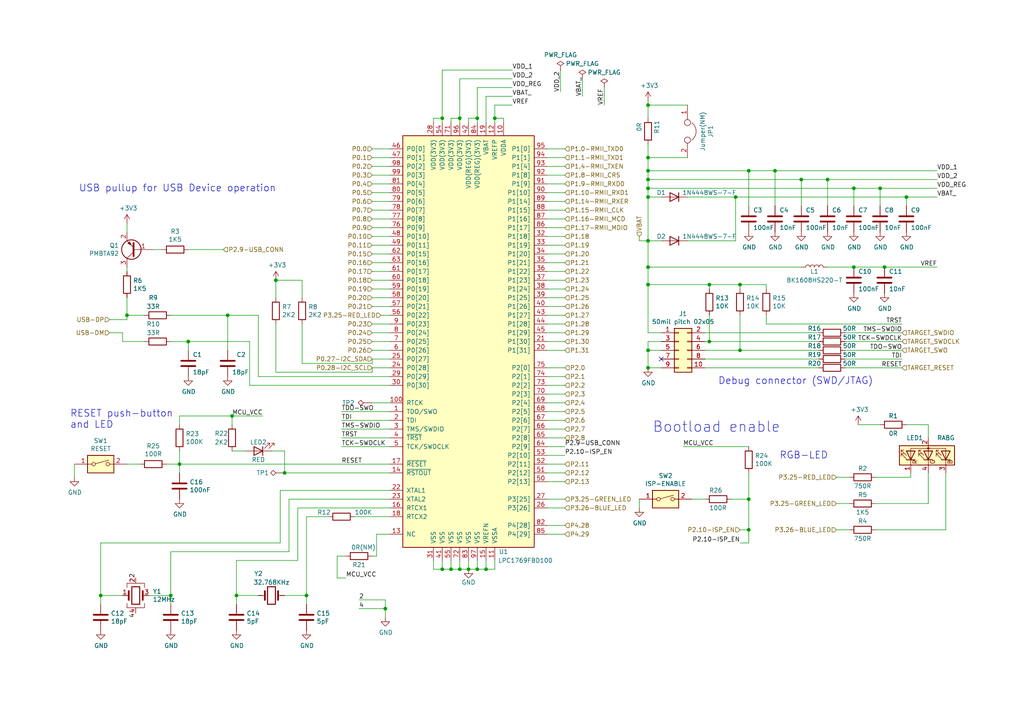
<source format=kicad_sch>
(kicad_sch (version 20230121) (generator eeschema)
  (paper "A4")
  (title_block (title "Módulo Stick LPC1769") (date "2019-10-09") (rev "v1.0") (company "Sistemas de Representacion UTN-FRBA") (comment 1 "DOCENTES: Fernando Aló/Franco Delconte") (comment 2 "CURSO: R1032") (comment 3 "ALUMNO: Jonathan Yujra"))
  (junction (at 133.35 34.29))
  (junction (at 140.97 165.1))
  (junction (at 88.9 172.72))
  (junction (at 256.54 77.47))
  (junction (at 247.65 54.61))
  (junction (at 217.17 49.53))
  (junction (at 36.83 91.44))
  (junction (at 247.65 77.47))
  (junction (at 213.36 57.15))
  (junction (at 187.96 52.07))
  (junction (at 82.55 137.16))
  (junction (at 205.74 99.06))
  (junction (at 187.96 57.15))
  (junction (at 138.43 165.1))
  (junction (at 187.96 49.53))
  (junction (at 187.96 30.48))
  (junction (at 187.96 69.85))
  (junction (at 262.89 57.15))
  (junction (at 240.03 52.07))
  (junction (at 217.17 153.67))
  (junction (at 133.35 165.1))
  (junction (at 214.63 82.55))
  (junction (at 68.58 172.72))
  (junction (at 187.96 101.6))
  (junction (at 111.76 176.53))
  (junction (at 67.31 120.65))
  (junction (at 128.27 165.1))
  (junction (at 66.04 91.44))
  (junction (at 80.01 81.28))
  (junction (at 217.17 144.78))
  (junction (at 232.41 52.07))
  (junction (at 187.96 82.55))
  (junction (at 130.81 165.1))
  (junction (at 187.96 77.47))
  (junction (at 224.79 49.53))
  (junction (at 187.96 54.61))
  (junction (at 187.96 45.72))
  (junction (at 255.27 54.61))
  (junction (at 52.07 134.62))
  (junction (at 54.61 99.06))
  (junction (at 205.74 82.55))
  (junction (at 135.89 165.1))
  (junction (at 49.53 172.72))
  (junction (at 138.43 34.29))
  (junction (at 187.96 106.68))
  (junction (at 128.27 34.29))
  (junction (at 214.63 101.6))
  (junction (at 29.21 172.72))
  (junction (at 143.51 34.29))
  (no_connect (at 191.77 104.14))
  (wire (pts (xy 54.61 101.6) (xy 54.61 99.06)))
  (wire (pts (xy 163.83 119.38) (xy 158.75 119.38)))
  (wire (pts (xy 35.56 99.06) (xy 41.91 99.06)))
  (wire (pts (xy 68.58 175.26) (xy 68.58 172.72)))
  (wire (pts (xy 271.78 57.15) (xy 262.89 57.15)))
  (wire (pts (xy 29.21 175.26) (xy 29.21 172.72)))
  (wire (pts (xy 254 146.05) (xy 269.24 146.05)))
  (wire (pts (xy 143.51 30.48) (xy 148.59 30.48)))
  (wire (pts (xy 36.83 67.31) (xy 36.83 64.77)))
  (wire (pts (xy 187.96 57.15) (xy 191.77 57.15)))
  (wire (pts (xy 128.27 34.29) (xy 128.27 35.56)))
  (wire (pts (xy 83.82 144.78) (xy 83.82 160.02)))
  (wire (pts (xy 66.04 91.44) (xy 49.53 91.44)))
  (wire (pts (xy 191.77 99.06) (xy 187.96 99.06)))
  (wire (pts (xy 52.07 134.62) (xy 113.03 134.62)))
  (wire (pts (xy 146.05 34.29) (xy 143.51 34.29)))
  (wire (pts (xy 262.89 57.15) (xy 213.36 57.15)))
  (wire (pts (xy 237.49 101.6) (xy 214.63 101.6)))
  (wire (pts (xy 125.73 162.56) (xy 125.73 165.1)))
  (wire (pts (xy 113.03 50.8) (xy 107.95 50.8)))
  (wire (pts (xy 163.83 93.98) (xy 158.75 93.98)))
  (wire (pts (xy 99.06 119.38) (xy 113.03 119.38)))
  (wire (pts (xy 113.03 63.5) (xy 107.95 63.5)))
  (wire (pts (xy 113.03 83.82) (xy 107.95 83.82)))
  (wire (pts (xy 163.83 109.22) (xy 158.75 109.22)))
  (wire (pts (xy 247.65 77.47) (xy 256.54 77.47)))
  (wire (pts (xy 163.83 116.84) (xy 158.75 116.84)))
  (wire (pts (xy 255.27 54.61) (xy 255.27 59.69)))
  (wire (pts (xy 99.06 129.54) (xy 113.03 129.54)))
  (wire (pts (xy 163.83 129.54) (xy 158.75 129.54)))
  (wire (pts (xy 54.61 72.39) (xy 64.77 72.39)))
  (wire (pts (xy 274.32 153.67) (xy 274.32 137.16)))
  (wire (pts (xy 187.96 41.91) (xy 187.96 45.72)))
  (wire (pts (xy 104.14 176.53) (xy 111.76 176.53)))
  (wire (pts (xy 198.12 129.54) (xy 217.17 129.54)))
  (wire (pts (xy 88.9 149.86) (xy 88.9 172.72)))
  (wire (pts (xy 80.01 93.98) (xy 80.01 107.95)))
  (wire (pts (xy 269.24 123.19) (xy 262.89 123.19)))
  (wire (pts (xy 187.96 101.6) (xy 191.77 101.6)))
  (wire (pts (xy 130.81 34.29) (xy 130.81 35.56)))
  (wire (pts (xy 113.03 66.04) (xy 107.95 66.04)))
  (wire (pts (xy 113.03 78.74) (xy 107.95 78.74)))
  (wire (pts (xy 66.04 91.44) (xy 74.93 91.44)))
  (wire (pts (xy 187.96 54.61) (xy 247.65 54.61)))
  (wire (pts (xy 163.83 137.16) (xy 158.75 137.16)))
  (wire (pts (xy 163.83 53.34) (xy 158.75 53.34)))
  (wire (pts (xy 237.49 106.68) (xy 204.47 106.68)))
  (wire (pts (xy 138.43 25.4) (xy 148.59 25.4)))
  (wire (pts (xy 163.83 91.44) (xy 158.75 91.44)))
  (wire (pts (xy 128.27 165.1) (xy 130.81 165.1)))
  (wire (pts (xy 113.03 142.24) (xy 81.28 142.24)))
  (wire (pts (xy 217.17 157.48) (xy 214.63 157.48)))
  (wire (pts (xy 237.49 104.14) (xy 204.47 104.14)))
  (wire (pts (xy 213.36 57.15) (xy 213.36 69.85)))
  (wire (pts (xy 113.03 71.12) (xy 107.95 71.12)))
  (wire (pts (xy 81.28 142.24) (xy 81.28 157.48)))
  (wire (pts (xy 49.53 172.72) (xy 49.53 175.26)))
  (wire (pts (xy 143.51 30.48) (xy 143.51 34.29)))
  (wire (pts (xy 214.63 101.6) (xy 204.47 101.6)))
  (wire (pts (xy 82.55 137.16) (xy 113.03 137.16)))
  (wire (pts (xy 113.03 48.26) (xy 107.95 48.26)))
  (wire (pts (xy 187.96 99.06) (xy 187.96 101.6)))
  (wire (pts (xy 224.79 49.53) (xy 224.79 59.69)))
  (wire (pts (xy 67.31 120.65) (xy 67.31 123.19)))
  (wire (pts (xy 163.83 73.66) (xy 158.75 73.66)))
  (wire (pts (xy 187.96 52.07) (xy 187.96 54.61)))
  (wire (pts (xy 187.96 30.48) (xy 187.96 34.29)))
  (wire (pts (xy 67.31 120.65) (xy 76.2 120.65)))
  (wire (pts (xy 135.89 162.56) (xy 135.89 165.1)))
  (wire (pts (xy 187.96 82.55) (xy 187.96 77.47)))
  (wire (pts (xy 111.76 173.99) (xy 111.76 176.53)))
  (wire (pts (xy 248.92 123.19) (xy 255.27 123.19)))
  (wire (pts (xy 36.83 92.71) (xy 31.75 92.71)))
  (wire (pts (xy 271.78 49.53) (xy 224.79 49.53)))
  (wire (pts (xy 41.91 91.44) (xy 36.83 91.44)))
  (wire (pts (xy 80.01 107.95) (xy 107.95 107.95)))
  (wire (pts (xy 52.07 123.19) (xy 52.07 120.65)))
  (wire (pts (xy 68.58 172.72) (xy 74.93 172.72)))
  (wire (pts (xy 163.83 144.78) (xy 158.75 144.78)))
  (wire (pts (xy 254 138.43) (xy 264.16 138.43)))
  (wire (pts (xy 162.56 26.67) (xy 162.56 20.32)))
  (wire (pts (xy 113.03 154.94) (xy 109.22 154.94)))
  (wire (pts (xy 247.65 54.61) (xy 247.65 59.69)))
  (wire (pts (xy 138.43 165.1) (xy 140.97 165.1)))
  (wire (pts (xy 205.74 91.44) (xy 205.74 99.06)))
  (wire (pts (xy 245.11 99.06) (xy 261.62 99.06)))
  (wire (pts (xy 246.38 138.43) (xy 242.57 138.43)))
  (wire (pts (xy 107.95 96.52) (xy 113.03 96.52)))
  (wire (pts (xy 99.06 121.92) (xy 113.03 121.92)))
  (wire (pts (xy 109.22 161.29) (xy 107.95 161.29)))
  (wire (pts (xy 261.62 93.98) (xy 222.25 93.98)))
  (wire (pts (xy 240.03 52.07) (xy 240.03 59.69)))
  (wire (pts (xy 97.79 161.29) (xy 97.79 167.64)))
  (wire (pts (xy 191.77 69.85) (xy 187.96 69.85)))
  (wire (pts (xy 163.83 111.76) (xy 158.75 111.76)))
  (wire (pts (xy 107.95 101.6) (xy 113.03 101.6)))
  (wire (pts (xy 107.95 93.98) (xy 113.03 93.98)))
  (wire (pts (xy 187.96 54.61) (xy 187.96 57.15)))
  (wire (pts (xy 125.73 34.29) (xy 128.27 34.29)))
  (wire (pts (xy 199.39 45.72) (xy 187.96 45.72)))
  (wire (pts (xy 163.83 55.88) (xy 158.75 55.88)))
  (wire (pts (xy 163.83 114.3) (xy 158.75 114.3)))
  (wire (pts (xy 113.03 109.22) (xy 74.93 109.22)))
  (wire (pts (xy 163.83 134.62) (xy 158.75 134.62)))
  (wire (pts (xy 87.63 105.41) (xy 107.95 105.41)))
  (wire (pts (xy 81.28 157.48) (xy 29.21 157.48)))
  (wire (pts (xy 158.75 147.32) (xy 163.83 147.32)))
  (wire (pts (xy 163.83 83.82) (xy 158.75 83.82)))
  (wire (pts (xy 245.11 104.14) (xy 261.62 104.14)))
  (wire (pts (xy 175.26 25.4) (xy 175.26 30.48)))
  (wire (pts (xy 138.43 162.56) (xy 138.43 165.1)))
  (wire (pts (xy 107.95 116.84) (xy 113.03 116.84)))
  (wire (pts (xy 49.53 160.02) (xy 49.53 172.72)))
  (wire (pts (xy 107.95 106.68) (xy 113.03 106.68)))
  (wire (pts (xy 133.35 34.29) (xy 133.35 35.56)))
  (wire (pts (xy 187.96 52.07) (xy 232.41 52.07)))
  (wire (pts (xy 113.03 147.32) (xy 86.36 147.32)))
  (wire (pts (xy 29.21 157.48) (xy 29.21 172.72)))
  (wire (pts (xy 130.81 162.56) (xy 130.81 165.1)))
  (wire (pts (xy 80.01 86.36) (xy 80.01 81.28)))
  (wire (pts (xy 214.63 91.44) (xy 214.63 101.6)))
  (wire (pts (xy 217.17 153.67) (xy 214.63 153.67)))
  (wire (pts (xy 143.51 34.29) (xy 143.51 35.56)))
  (wire (pts (xy 237.49 99.06) (xy 205.74 99.06)))
  (wire (pts (xy 36.83 77.47) (xy 36.83 78.74)))
  (wire (pts (xy 146.05 35.56) (xy 146.05 34.29)))
  (wire (pts (xy 87.63 93.98) (xy 87.63 105.41)))
  (wire (pts (xy 245.11 96.52) (xy 261.62 96.52)))
  (wire (pts (xy 269.24 146.05) (xy 269.24 137.16)))
  (wire (pts (xy 72.39 111.76) (xy 72.39 99.06)))
  (wire (pts (xy 133.35 22.86) (xy 148.59 22.86)))
  (wire (pts (xy 217.17 153.67) (xy 217.17 157.48)))
  (wire (pts (xy 133.35 165.1) (xy 135.89 165.1)))
  (wire (pts (xy 113.03 144.78) (xy 83.82 144.78)))
  (wire (pts (xy 237.49 96.52) (xy 204.47 96.52)))
  (wire (pts (xy 113.03 91.44) (xy 110.49 91.44)))
  (wire (pts (xy 214.63 82.55) (xy 205.74 82.55)))
  (wire (pts (xy 217.17 144.78) (xy 217.17 153.67)))
  (wire (pts (xy 113.03 73.66) (xy 107.95 73.66)))
  (wire (pts (xy 214.63 82.55) (xy 214.63 83.82)))
  (wire (pts (xy 217.17 49.53) (xy 217.17 59.69)))
  (wire (pts (xy 83.82 160.02) (xy 49.53 160.02)))
  (wire (pts (xy 29.21 172.72) (xy 35.56 172.72)))
  (wire (pts (xy 52.07 137.16) (xy 52.07 134.62)))
  (wire (pts (xy 107.95 106.68) (xy 107.95 107.95)))
  (wire (pts (xy 74.93 91.44) (xy 74.93 109.22)))
  (wire (pts (xy 222.25 83.82) (xy 222.25 82.55)))
  (wire (pts (xy 271.78 54.61) (xy 255.27 54.61)))
  (wire (pts (xy 163.83 99.06) (xy 158.75 99.06)))
  (wire (pts (xy 187.96 106.68) (xy 191.77 106.68)))
  (wire (pts (xy 99.06 127) (xy 113.03 127)))
  (wire (pts (xy 97.79 167.64) (xy 100.33 167.64)))
  (wire (pts (xy 163.83 88.9) (xy 158.75 88.9)))
  (wire (pts (xy 54.61 99.06) (xy 49.53 99.06)))
  (wire (pts (xy 222.25 93.98) (xy 222.25 91.44)))
  (wire (pts (xy 86.36 162.56) (xy 68.58 162.56)))
  (wire (pts (xy 113.03 53.34) (xy 107.95 53.34)))
  (wire (pts (xy 163.83 78.74) (xy 158.75 78.74)))
  (wire (pts (xy 104.14 173.99) (xy 111.76 173.99)))
  (wire (pts (xy 187.96 49.53) (xy 187.96 52.07)))
  (wire (pts (xy 187.96 69.85) (xy 187.96 77.47)))
  (wire (pts (xy 107.95 43.18) (xy 113.03 43.18)))
  (wire (pts (xy 163.83 60.96) (xy 158.75 60.96)))
  (wire (pts (xy 163.83 66.04) (xy 158.75 66.04)))
  (wire (pts (xy 113.03 60.96) (xy 107.95 60.96)))
  (wire (pts (xy 82.55 172.72) (xy 88.9 172.72)))
  (wire (pts (xy 113.03 88.9) (xy 107.95 88.9)))
  (wire (pts (xy 138.43 25.4) (xy 138.43 34.29)))
  (wire (pts (xy 163.83 154.94) (xy 158.75 154.94)))
  (wire (pts (xy 67.31 130.81) (xy 71.12 130.81)))
  (wire (pts (xy 66.04 91.44) (xy 66.04 101.6)))
  (wire (pts (xy 128.27 162.56) (xy 128.27 165.1)))
  (wire (pts (xy 113.03 104.14) (xy 107.95 104.14)))
  (wire (pts (xy 205.74 82.55) (xy 205.74 83.82)))
  (wire (pts (xy 163.83 68.58) (xy 158.75 68.58)))
  (wire (pts (xy 163.83 127) (xy 158.75 127)))
  (wire (pts (xy 113.03 111.76) (xy 72.39 111.76)))
  (wire (pts (xy 102.87 149.86) (xy 113.03 149.86)))
  (wire (pts (xy 140.97 165.1) (xy 143.51 165.1)))
  (wire (pts (xy 240.03 52.07) (xy 232.41 52.07)))
  (wire (pts (xy 245.11 106.68) (xy 261.62 106.68)))
  (wire (pts (xy 109.22 154.94) (xy 109.22 161.29)))
  (wire (pts (xy 111.76 176.53) (xy 111.76 179.07)))
  (wire (pts (xy 113.03 55.88) (xy 107.95 55.88)))
  (wire (pts (xy 163.83 121.92) (xy 158.75 121.92)))
  (wire (pts (xy 113.03 45.72) (xy 107.95 45.72)))
  (wire (pts (xy 36.83 92.71) (xy 36.83 91.44)))
  (wire (pts (xy 254 153.67) (xy 274.32 153.67)))
  (wire (pts (xy 43.18 172.72) (xy 49.53 172.72)))
  (wire (pts (xy 140.97 35.56) (xy 140.97 27.94)))
  (wire (pts (xy 163.83 132.08) (xy 158.75 132.08)))
  (wire (pts (xy 187.96 45.72) (xy 187.96 49.53)))
  (wire (pts (xy 205.74 82.55) (xy 187.96 82.55)))
  (wire (pts (xy 163.83 50.8) (xy 158.75 50.8)))
  (wire (pts (xy 246.38 153.67) (xy 242.57 153.67)))
  (wire (pts (xy 187.96 30.48) (xy 187.96 29.21)))
  (wire (pts (xy 185.42 147.32) (xy 185.42 144.78)))
  (wire (pts (xy 133.35 34.29) (xy 130.81 34.29)))
  (wire (pts (xy 163.83 43.18) (xy 158.75 43.18)))
  (wire (pts (xy 163.83 81.28) (xy 158.75 81.28)))
  (wire (pts (xy 187.96 57.15) (xy 187.96 69.85)))
  (wire (pts (xy 163.83 106.68) (xy 158.75 106.68)))
  (wire (pts (xy 242.57 146.05) (xy 246.38 146.05)))
  (wire (pts (xy 100.33 161.29) (xy 97.79 161.29)))
  (wire (pts (xy 256.54 77.47) (xy 271.78 77.47)))
  (wire (pts (xy 271.78 52.07) (xy 240.03 52.07)))
  (wire (pts (xy 78.74 130.81) (xy 82.55 130.81)))
  (wire (pts (xy 130.81 165.1) (xy 133.35 165.1)))
  (wire (pts (xy 163.83 58.42) (xy 158.75 58.42)))
  (wire (pts (xy 163.83 48.26) (xy 158.75 48.26)))
  (wire (pts (xy 133.35 22.86) (xy 133.35 34.29)))
  (wire (pts (xy 128.27 34.29) (xy 128.27 20.32)))
  (wire (pts (xy 264.16 138.43) (xy 264.16 137.16)))
  (wire (pts (xy 224.79 49.53) (xy 217.17 49.53)))
  (wire (pts (xy 135.89 165.1) (xy 138.43 165.1)))
  (wire (pts (xy 87.63 81.28) (xy 87.63 86.36)))
  (wire (pts (xy 245.11 101.6) (xy 261.62 101.6)))
  (wire (pts (xy 36.83 91.44) (xy 36.83 86.36)))
  (wire (pts (xy 52.07 134.62) (xy 52.07 130.81)))
  (wire (pts (xy 199.39 57.15) (xy 213.36 57.15)))
  (wire (pts (xy 48.26 134.62) (xy 52.07 134.62)))
  (wire (pts (xy 113.03 68.58) (xy 107.95 68.58)))
  (wire (pts (xy 163.83 86.36) (xy 158.75 86.36)))
  (wire (pts (xy 269.24 127) (xy 269.24 123.19)))
  (wire (pts (xy 262.89 57.15) (xy 262.89 59.69)))
  (wire (pts (xy 217.17 137.16) (xy 217.17 144.78)))
  (wire (pts (xy 163.83 71.12) (xy 158.75 71.12)))
  (wire (pts (xy 205.74 99.06) (xy 204.47 99.06)))
  (wire (pts (xy 187.96 96.52) (xy 187.96 82.55)))
  (wire (pts (xy 191.77 96.52) (xy 187.96 96.52)))
  (wire (pts (xy 163.83 96.52) (xy 158.75 96.52)))
  (wire (pts (xy 163.83 139.7) (xy 158.75 139.7)))
  (wire (pts (xy 187.96 49.53) (xy 217.17 49.53)))
  (wire (pts (xy 82.55 130.81) (xy 82.55 137.16)))
  (wire (pts (xy 133.35 162.56) (xy 133.35 165.1)))
  (wire (pts (xy 68.58 162.56) (xy 68.58 172.72)))
  (wire (pts (xy 52.07 120.65) (xy 67.31 120.65)))
  (wire (pts (xy 113.03 81.28) (xy 107.95 81.28)))
  (wire (pts (xy 86.36 147.32) (xy 86.36 162.56)))
  (wire (pts (xy 199.39 69.85) (xy 213.36 69.85)))
  (wire (pts (xy 138.43 34.29) (xy 135.89 34.29)))
  (wire (pts (xy 163.83 45.72) (xy 158.75 45.72)))
  (wire (pts (xy 247.65 77.47) (xy 240.03 77.47)))
  (wire (pts (xy 80.01 81.28) (xy 87.63 81.28)))
  (wire (pts (xy 113.03 86.36) (xy 107.95 86.36)))
  (wire (pts (xy 31.75 96.52) (xy 35.56 96.52)))
  (wire (pts (xy 135.89 34.29) (xy 135.89 35.56)))
  (wire (pts (xy 217.17 144.78) (xy 212.09 144.78)))
  (wire (pts (xy 185.42 68.58) (xy 185.42 69.85)))
  (wire (pts (xy 140.97 27.94) (xy 148.59 27.94)))
  (wire (pts (xy 35.56 96.52) (xy 35.56 99.06)))
  (wire (pts (xy 72.39 99.06) (xy 54.61 99.06)))
  (wire (pts (xy 125.73 165.1) (xy 128.27 165.1)))
  (wire (pts (xy 107.95 104.14) (xy 107.95 105.41)))
  (wire (pts (xy 88.9 149.86) (xy 95.25 149.86)))
  (wire (pts (xy 168.91 22.86) (xy 168.91 27.94)))
  (wire (pts (xy 143.51 162.56) (xy 143.51 165.1)))
  (wire (pts (xy 128.27 20.32) (xy 148.59 20.32)))
  (wire (pts (xy 187.96 101.6) (xy 187.96 106.68)))
  (wire (pts (xy 255.27 54.61) (xy 247.65 54.61)))
  (wire (pts (xy 138.43 34.29) (xy 138.43 35.56)))
  (wire (pts (xy 163.83 101.6) (xy 158.75 101.6)))
  (wire (pts (xy 199.39 30.48) (xy 187.96 30.48)))
  (wire (pts (xy 163.83 76.2) (xy 158.75 76.2)))
  (wire (pts (xy 140.97 162.56) (xy 140.97 165.1)))
  (wire (pts (xy 232.41 52.07) (xy 232.41 59.69)))
  (wire (pts (xy 163.83 152.4) (xy 158.75 152.4)))
  (wire (pts (xy 163.83 63.5) (xy 158.75 63.5)))
  (wire (pts (xy 187.96 77.47) (xy 232.41 77.47)))
  (wire (pts (xy 222.25 82.55) (xy 214.63 82.55)))
  (wire (pts (xy 163.83 124.46) (xy 158.75 124.46)))
  (wire (pts (xy 125.73 35.56) (xy 125.73 34.29)))
  (wire (pts (xy 36.83 134.62) (xy 40.64 134.62)))
  (wire (pts (xy 21.59 138.43) (xy 21.59 134.62)))
  (wire (pts (xy 44.45 72.39) (xy 46.99 72.39)))
  (wire (pts (xy 107.95 99.06) (xy 113.03 99.06)))
  (wire (pts (xy 99.06 124.46) (xy 113.03 124.46)))
  (wire (pts (xy 185.42 69.85) (xy 187.96 69.85)))
  (wire (pts (xy 88.9 172.72) (xy 88.9 175.26)))
  (wire (pts (xy 113.03 58.42) (xy 107.95 58.42)))
  (wire (pts (xy 113.03 76.2) (xy 107.95 76.2)))
  (wire (pts (xy 204.47 144.78) (xy 200.66 144.78)))
  (text "Debug connector (SWD/JTAG)" (at 208.28 111.76 0) (effects (font (size 2.0066 2.0066)) (justify left bottom)))
  (text "RGB-LED" (at 226.06 133.35 0) (effects (font (size 2.0066 2.0066)) (justify left bottom)))
  (text "USB pullup for USB Device operation" (at 22.86 55.88 0) (effects (font (size 2.0066 2.0066)) (justify left bottom)))
  (text "RESET push-button\nand LED" (at 20.32 124.46 0) (effects (font (size 2.0066 2.0066)) (justify left bottom)))
  (text "Bootload enable" (at 189.23 125.73 0) (effects (font (size 2.9972 2.9972)) (justify left bottom)))
  (label "VDD_REG" (at 271.78 54.61 0))
  (label "2" (at 39.37 167.64 90))
  (label "VDD_2" (at 271.78 52.07 0))
  (label "4" (at 104.14 176.53 0))
  (label "VBAT_" (at 148.59 27.94 0))
  (label "P2.9-USB_CONN" (at 163.83 129.54 0))
  (label "VREF" (at 271.78 77.47 180))
  (label "4" (at 39.37 177.8 270))
  (label "VDD_2" (at 148.59 22.86 0))
  (label "VREF" (at 148.59 30.48 0))
  (label "RESET" (at 261.62 106.68 180))
  (label "VDD_1" (at 271.78 49.53 0))
  (label "TDI" (at 99.06 121.92 0))
  (label "TDO-SWO" (at 99.06 119.38 0))
  (label "TRST" (at 99.06 127 0))
  (label "P2.10-ISP_EN" (at 163.83 132.08 0))
  (label "VDD_1" (at 148.59 20.32 0))
  (label "TCK-SWDCLK" (at 99.06 129.54 0))
  (label "TDI" (at 261.62 104.14 180))
  (label "MCU_VCC" (at 100.33 167.64 0))
  (label "MCU_VCC" (at 76.2 120.65 180))
  (label "2" (at 104.14 173.99 0))
  (label "MCU_VCC" (at 198.12 129.54 0))
  (label "TRST" (at 261.62 93.98 180))
  (label "VBAT_" (at 271.78 57.15 0))
  (label "VREF" (at 175.26 30.48 90))
  (label "TMS-SWDIO" (at 261.62 96.52 180))
  (label "TCK-SWDCLK" (at 261.62 99.06 180))
  (label "VDD_2" (at 162.56 26.67 90))
  (label "RESET" (at 99.06 134.62 0))
  (label "TMS-SWDIO" (at 99.06 124.46 0))
  (label "P2.10-ISP_EN" (at 214.63 157.48 180))
  (label "TDO-SWO" (at 261.62 101.6 180))
  (label "VDD_REG" (at 148.59 25.4 0))
  (label "VBAT_" (at 168.91 27.94 90))
  (hierarchical_label "P2.4" (shape input) (at 163.83 116.84 0))
  (hierarchical_label "TARGET_SWO" (shape input) (at 261.62 101.6 0))
  (hierarchical_label "P3.26-BLUE_LED" (shape input) (at 242.57 153.67 180))
  (hierarchical_label "P1.21" (shape input) (at 163.83 76.2 0))
  (hierarchical_label "P2.11" (shape input) (at 163.83 134.62 0))
  (hierarchical_label "P1.15-RMII_CLK" (shape input) (at 163.83 60.96 0))
  (hierarchical_label "P3.25-RED_LED" (shape input) (at 110.49 91.44 180))
  (hierarchical_label "P1.22" (shape input) (at 163.83 78.74 0))
  (hierarchical_label "P3.26-BLUE_LED" (shape input) (at 163.83 147.32 0))
  (hierarchical_label "P0.23" (shape input) (at 107.95 93.98 180))
  (hierarchical_label "P0.17" (shape input) (at 107.95 78.74 180))
  (hierarchical_label "P3.25-RED_LED" (shape input) (at 242.57 138.43 180))
  (hierarchical_label "P1.30" (shape input) (at 163.83 99.06 0))
  (hierarchical_label "P1.31" (shape input) (at 163.83 101.6 0))
  (hierarchical_label "P1.29" (shape input) (at 163.83 96.52 0))
  (hierarchical_label "P3.25-GREEN_LED" (shape input) (at 242.57 146.05 180))
  (hierarchical_label "P2.1" (shape input) (at 163.83 109.22 0))
  (hierarchical_label "P0.21" (shape input) (at 107.95 88.9 180))
  (hierarchical_label "P0.20" (shape input) (at 107.95 86.36 180))
  (hierarchical_label "P0.19" (shape input) (at 107.95 83.82 180))
  (hierarchical_label "P1.26" (shape input) (at 163.83 88.9 0))
  (hierarchical_label "P1.4-RMII_TXEN" (shape input) (at 163.83 48.26 0))
  (hierarchical_label "P0.9" (shape input) (at 107.95 66.04 180))
  (hierarchical_label "P1.23" (shape input) (at 163.83 81.28 0))
  (hierarchical_label "P0.18" (shape input) (at 107.95 81.28 180))
  (hierarchical_label "P0.25" (shape input) (at 107.95 99.06 180))
  (hierarchical_label "P0.1" (shape input) (at 107.95 45.72 180))
  (hierarchical_label "P2.13" (shape input) (at 163.83 139.7 0))
  (hierarchical_label "P1.24" (shape input) (at 163.83 83.82 0))
  (hierarchical_label "P2.2" (shape input) (at 163.83 111.76 0))
  (hierarchical_label "P1.17-RMII_MDIO" (shape input) (at 163.83 66.04 0))
  (hierarchical_label "P0.27-I2C_SDA" (shape input) (at 107.95 104.14 180))
  (hierarchical_label "P0.15" (shape input) (at 107.95 73.66 180))
  (hierarchical_label "P0.8" (shape input) (at 107.95 63.5 180))
  (hierarchical_label "P0.5" (shape input) (at 107.95 55.88 180))
  (hierarchical_label "USB-DM" (shape input) (at 31.75 96.52 180))
  (hierarchical_label "P3.25-GREEN_LED" (shape input) (at 163.83 144.78 0))
  (hierarchical_label "P1.8-RMII_CRS" (shape input) (at 163.83 50.8 0))
  (hierarchical_label "P2.9-USB_CONN" (shape input) (at 64.77 72.39 0))
  (hierarchical_label "P0.16" (shape input) (at 107.95 76.2 180))
  (hierarchical_label "P1.27" (shape input) (at 163.83 91.44 0))
  (hierarchical_label "P0.11" (shape input) (at 107.95 71.12 180))
  (hierarchical_label "P1.1-RMII_TXD1" (shape input) (at 163.83 45.72 0))
  (hierarchical_label "P0.10" (shape input) (at 107.95 68.58 180))
  (hierarchical_label "P1.20" (shape input) (at 163.83 73.66 0))
  (hierarchical_label "P2.6" (shape input) (at 163.83 121.92 0))
  (hierarchical_label "P4.28" (shape input) (at 163.83 152.4 0))
  (hierarchical_label "P2.12" (shape input) (at 163.83 137.16 0))
  (hierarchical_label "P1.9-RMII_RXD0" (shape input) (at 163.83 53.34 0))
  (hierarchical_label "P0.2" (shape input) (at 107.95 48.26 180))
  (hierarchical_label "P2.5" (shape input) (at 163.83 119.38 0))
  (hierarchical_label "P1.16-RMII_MCD" (shape input) (at 163.83 63.5 0))
  (hierarchical_label "P2.10-ISP_EN" (shape input) (at 214.63 153.67 180))
  (hierarchical_label "P1.18" (shape input) (at 163.83 68.58 0))
  (hierarchical_label "P0.24" (shape input) (at 107.95 96.52 180))
  (hierarchical_label "P1.28" (shape input) (at 163.83 93.98 0))
  (hierarchical_label "P0.0" (shape input) (at 107.95 43.18 180))
  (hierarchical_label "P0.3" (shape input) (at 107.95 50.8 180))
  (hierarchical_label "P1.0-RMII_TXD0" (shape input) (at 163.83 43.18 0))
  (hierarchical_label "TARGET_SWDCLK" (shape input) (at 261.62 99.06 0))
  (hierarchical_label "P4.29" (shape input) (at 163.83 154.94 0))
  (hierarchical_label "P1.25" (shape input) (at 163.83 86.36 0))
  (hierarchical_label "P0.7" (shape input) (at 107.95 60.96 180))
  (hierarchical_label "P1.10-RMII_RXD1" (shape input) (at 163.83 55.88 0))
  (hierarchical_label "P1.14-RMII_RXER" (shape input) (at 163.83 58.42 0))
  (hierarchical_label "P0.28-I2C_SCL" (shape input) (at 107.95 106.68 180))
  (hierarchical_label "TARGET_SWDIO" (shape input) (at 261.62 96.52 0))
  (hierarchical_label "P1.19" (shape input) (at 163.83 71.12 0))
  (hierarchical_label "P2.8" (shape input) (at 163.83 127 0))
  (hierarchical_label "P2.7" (shape input) (at 163.83 124.46 0))
  (hierarchical_label "P2.3" (shape input) (at 163.83 114.3 0))
  (hierarchical_label "USB-DP" (shape input) (at 31.75 92.71 180))
  (hierarchical_label "VBAT" (shape input) (at 185.42 68.58 90))
  (hierarchical_label "P2.0" (shape input) (at 163.83 106.68 0))
  (hierarchical_label "P0.26" (shape input) (at 107.95 101.6 180))
  (hierarchical_label "P0.6" (shape input) (at 107.95 58.42 180))
  (hierarchical_label "TARGET_RESET" (shape input) (at 261.62 106.68 0))
  (hierarchical_label "P0.4" (shape input) (at 107.95 53.34 180))
  (symbol (lib_id "Device:Crystal") (at 78.74 172.72 0) (unit 1)
    (property "Reference" "Y2" (at 74.93 166.37 0))
    (property "Value" "32.768KHz" (at 78.74 168.91 0))
    (property "Footprint" "Crystals:Crystal_SMD_SeikoEpson_MC146-4pin_6.7x1.5mm" (effects hide))
    (property "Datasheet" "https://support.epson.biz/td/api/doc_check.php?dl=brief_MC-146&lang=en" (effects hide))
    (property "Digi-Key P/N" "SER4301CT-ND" (effects hide))
    (property "Manufacturer" "EPSON" (effects hide))
    (property "Manufacturer P/N" "MC-146 32.7680KA-A5: PURE SN" (effects hide))
  )
  (symbol (lib_id "Device:C") (at 68.58 179.07 0) (unit 1)
    (property "Reference" "C14" (at 71.501 177.9016 0) (effects (justify left)))
    (property "Value" "5pF" (at 71.501 180.213 0) (effects (justify left)))
    (property "Footprint" "Módulo Stick LPC1769:C_0603" (effects hide))
    (property "Datasheet" "https://api.kemet.com/component-edge/download/datasheet/CBR06C509C5GAC.pdf" (effects hide))
    (property "Digi-Key P/N" "399-17324-1-ND" (effects hide))
    (property "Manufacturer" "KEMET" (effects hide))
    (property "Manufacturer P/N" "CBR06C509C5GAC" (effects hide))
  )
  (symbol (lib_id "Device:C") (at 88.9 179.07 0) (unit 1)
    (property "Reference" "C15" (at 91.821 177.9016 0) (effects (justify left)))
    (property "Value" "5pF" (at 91.821 180.213 0) (effects (justify left)))
    (property "Footprint" "Módulo Stick LPC1769:C_0603" (effects hide))
    (property "Datasheet" "https://api.kemet.com/component-edge/download/datasheet/CBR06C509C5GAC.pdf" (effects hide))
    (property "Digi-Key P/N" "399-17324-1-ND" (effects hide))
    (property "Manufacturer" "KEMET" (effects hide))
    (property "Manufacturer P/N" "CBR06C509C5GAC" (effects hide))
  )
  (symbol (lib_id "Device:R") (at 99.06 149.86 270) (unit 1)
    (property "Reference" "R12" (at 93.98 148.59 90))
    (property "Value" "100K" (at 105.41 148.59 90))
    (property "Footprint" "Módulo Stick LPC1769:R_0603" (effects hide))
    (property "Datasheet" "http://www.yageo.com/documents/recent/PYu-RC_Group_51_RoHS_L_10.pdf" (effects hide))
    (property "Digi-Key P/N" "311-100KGRCT-ND" (effects hide))
    (property "Manufacturer" "Yageo" (effects hide))
    (property "Manufacturer P/N" "RC0603JR-07100KL" (effects hide))
  )
  (symbol (lib_id "power:GND") (at 68.58 182.88 0) (unit 1)
    (property "Reference" "#PWR0136" (effects hide))
    (property "Value" "GND" (at 68.707 187.2742 0))
  )
  (symbol (lib_id "power:GND") (at 88.9 182.88 0) (unit 1)
    (property "Reference" "#PWR0137" (effects hide))
    (property "Value" "GND" (at 89.027 187.2742 0))
  )
  (symbol (lib_id "Device:C") (at 29.21 179.07 0) (unit 1)
    (property "Reference" "C12" (at 32.131 177.9016 0) (effects (justify left)))
    (property "Value" "18pF" (at 32.131 180.213 0) (effects (justify left)))
    (property "Footprint" "Módulo Stick LPC1769:C_0603" (effects hide))
    (property "Datasheet" "https://api.kemet.com/component-edge/download/datasheet/C0603C180J5GACTU.pdf" (effects hide))
    (property "Digi-Key P/N" "399-1052-1-ND" (effects hide))
    (property "Manufacturer" "KEMET" (effects hide))
    (property "Manufacturer P/N" "C0603C180J5GACTU" (effects hide))
  )
  (symbol (lib_id "Device:C") (at 49.53 179.07 0) (unit 1)
    (property "Reference" "C13" (at 52.451 177.9016 0) (effects (justify left)))
    (property "Value" "18pF" (at 52.451 180.213 0) (effects (justify left)))
    (property "Footprint" "Módulo Stick LPC1769:C_0603" (effects hide))
    (property "Datasheet" "https://api.kemet.com/component-edge/download/datasheet/C0603C180J5GACTU.pdf" (effects hide))
    (property "Digi-Key P/N" "399-1052-1-ND" (effects hide))
    (property "Manufacturer" "KEMET" (effects hide))
    (property "Manufacturer P/N" "C0603C180J5GACTU" (effects hide))
  )
  (symbol (lib_id "power:GND") (at 29.21 182.88 0) (unit 1)
    (property "Reference" "#PWR0138" (effects hide))
    (property "Value" "GND" (at 29.337 187.2742 0))
  )
  (symbol (lib_id "power:GND") (at 49.53 182.88 0) (unit 1)
    (property "Reference" "#PWR0139" (effects hide))
    (property "Value" "GND" (at 49.657 187.2742 0))
  )
  (symbol (lib_id "Device:C") (at 54.61 105.41 0) (unit 1)
    (property "Reference" "C1" (at 55.88 102.87 0) (effects (justify left)))
    (property "Value" "18pF" (at 55.88 107.95 0) (effects (justify left)))
    (property "Footprint" "Módulo Stick LPC1769:C_0603" (effects hide))
    (property "Datasheet" "https://api.kemet.com/component-edge/download/datasheet/C0603C180J5GACTU.pdf" (effects hide))
    (property "Digi-Key P/N" "399-1052-1-ND" (effects hide))
    (property "Manufacturer" "KEMET" (effects hide))
    (property "Manufacturer P/N" "C0603C180J5GACTU" (effects hide))
  )
  (symbol (lib_id "Device:C") (at 66.04 105.41 0) (unit 1)
    (property "Reference" "C2" (at 68.58 102.87 0) (effects (justify left)))
    (property "Value" "18pF" (at 67.31 107.95 0) (effects (justify left)))
    (property "Footprint" "Módulo Stick LPC1769:C_0603" (effects hide))
    (property "Datasheet" "https://api.kemet.com/component-edge/download/datasheet/C0603C180J5GACTU.pdf" (effects hide))
    (property "Digi-Key P/N" "399-1052-1-ND" (effects hide))
    (property "Manufacturer" "KEMET" (effects hide))
    (property "Manufacturer P/N" "C0603C180J5GACTU" (effects hide))
  )
  (symbol (lib_id "Device:R") (at 36.83 82.55 0) (unit 1)
    (property "Reference" "R6" (at 38.608 81.3816 0) (effects (justify left)))
    (property "Value" "1K5" (at 38.608 83.693 0) (effects (justify left)))
    (property "Footprint" "Módulo Stick LPC1769:R_0603" (effects hide))
    (property "Datasheet" "http://www.yageo.com/documents/recent/PYu-RC_Group_51_RoHS_L_10.pdf" (effects hide))
    (property "Digi-Key P/N" "311-1.5KGRCT-ND" (effects hide))
    (property "Manufacturer" "Yageo" (effects hide))
    (property "Manufacturer P/N" "RC0603JR-071K5L" (effects hide))
  )
  (symbol (lib_id "Device:R") (at 45.72 99.06 270) (unit 1)
    (property "Reference" "R10" (at 44.45 93.98 90))
    (property "Value" "33R" (at 44.45 96.52 90))
    (property "Footprint" "Módulo Stick LPC1769:R_0603" (effects hide))
    (property "Datasheet" "http://www.yageo.com/documents/recent/PYu-RC_Group_51_RoHS_L_10.pdf" (effects hide))
    (property "Digi-Key P/N" "311-33GRCT-ND" (effects hide))
    (property "Manufacturer" "Yageo" (effects hide))
    (property "Manufacturer P/N" "RC0603JR-0733RL" (effects hide))
  )
  (symbol (lib_id "Device:R") (at 50.8 72.39 270) (unit 1)
    (property "Reference" "R3" (at 50.8 67.1322 90))
    (property "Value" "1K5" (at 50.8 69.4436 90))
    (property "Footprint" "Módulo Stick LPC1769:R_0603" (effects hide))
    (property "Datasheet" "http://www.yageo.com/documents/recent/PYu-RC_Group_51_RoHS_L_10.pdf" (effects hide))
    (property "Digi-Key P/N" "311-1.5KGRCT-ND" (effects hide))
    (property "Manufacturer" "Yageo" (effects hide))
    (property "Manufacturer P/N" "RC0603JR-071K5L" (effects hide))
  )
  (symbol (lib_id "Device:R") (at 80.01 90.17 0) (unit 1)
    (property "Reference" "R7" (at 81.788 89.0016 0) (effects (justify left)))
    (property "Value" "2K2" (at 81.788 91.313 0) (effects (justify left)))
    (property "Footprint" "Módulo Stick LPC1769:R_0603" (effects hide))
    (property "Datasheet" "http://www.yageo.com/documents/recent/PYu-RC_Group_51_RoHS_L_10.pdf" (effects hide))
    (property "Digi-Key P/N" "311-2.2KGRCT-ND" (effects hide))
    (property "Manufacturer" "Yageo" (effects hide))
    (property "Manufacturer P/N" "RC0603JR-072K2L" (effects hide))
  )
  (symbol (lib_id "Device:R") (at 87.63 90.17 0) (unit 1)
    (property "Reference" "R8" (at 89.408 89.0016 0) (effects (justify left)))
    (property "Value" "2K2" (at 89.408 91.313 0) (effects (justify left)))
    (property "Footprint" "Módulo Stick LPC1769:R_0603" (effects hide))
    (property "Datasheet" "http://www.yageo.com/documents/recent/PYu-RC_Group_51_RoHS_L_10.pdf" (effects hide))
    (property "Digi-Key P/N" "311-2.2KGRCT-ND" (effects hide))
    (property "Manufacturer" "Yageo" (effects hide))
    (property "Manufacturer P/N" "RC0603JR-072K2L" (effects hide))
  )
  (symbol (lib_id "Device:R") (at 45.72 91.44 270) (unit 1)
    (property "Reference" "R9" (at 44.45 86.36 90))
    (property "Value" "33R" (at 44.45 88.9 90))
    (property "Footprint" "Módulo Stick LPC1769:R_0603" (effects hide))
    (property "Datasheet" "http://www.yageo.com/documents/recent/PYu-RC_Group_51_RoHS_L_10.pdf" (effects hide))
    (property "Digi-Key P/N" "311-33GRCT-ND" (effects hide))
    (property "Manufacturer" "Yageo" (effects hide))
    (property "Manufacturer P/N" "RC0603JR-0733RL" (effects hide))
  )
  (symbol (lib_id "power:GND") (at 135.89 165.1 0) (unit 1)
    (property "Reference" "#PWR0135" (effects hide))
    (property "Value" "GND" (at 135.89 168.91 0))
  )
  (symbol (lib_id "Módulo Stick LPC1769-rescue:+3.3V-power") (at 80.01 81.28 0) (unit 1)
    (property "Reference" "#PWR0127" (effects hide))
    (property "Value" "+3.3V" (at 80.391 76.8858 0))
  )
  (symbol (lib_id "power:GND") (at 54.61 109.22 0) (unit 1)
    (property "Reference" "#PWR0126" (effects hide))
    (property "Value" "GND" (at 54.737 113.6142 0))
  )
  (symbol (lib_id "power:GND") (at 66.04 109.22 0) (unit 1)
    (property "Reference" "#PWR0125" (effects hide))
    (property "Value" "GND" (at 66.167 113.6142 0))
  )
  (symbol (lib_id "Device:R") (at 241.3 96.52 270) (unit 1)
    (property "Reference" "R16" (at 236.22 95.25 90))
    (property "Value" "50R" (at 246.38 95.25 90))
    (property "Footprint" "Módulo Stick LPC1769:R_0603" (effects hide))
    (property "Datasheet" "http://www.vishay.com/docs/20035/dcrcwe3.pdf" (effects hide))
    (property "Digi-Key P/N" "541-3318-1-ND" (effects hide))
    (property "Manufacturer" "Vishay Dale" (effects hide))
    (property "Manufacturer P/N" "CRCW060350R0FKEA" (effects hide))
  )
  (symbol (lib_id "Device:R") (at 241.3 99.06 270) (unit 1)
    (property "Reference" "R17" (at 236.22 97.79 90))
    (property "Value" "50R" (at 246.38 97.79 90))
    (property "Footprint" "Módulo Stick LPC1769:R_0603" (effects hide))
    (property "Datasheet" "http://www.vishay.com/docs/20035/dcrcwe3.pdf" (effects hide))
    (property "Digi-Key P/N" "541-3318-1-ND" (effects hide))
    (property "Manufacturer" "Vishay Dale" (effects hide))
    (property "Manufacturer P/N" "CRCW060350R0FKEA" (effects hide))
  )
  (symbol (lib_id "Device:R") (at 241.3 101.6 270) (unit 1)
    (property "Reference" "R18" (at 236.22 100.33 90))
    (property "Value" "50R" (at 246.38 100.33 90))
    (property "Footprint" "Módulo Stick LPC1769:R_0603" (effects hide))
    (property "Datasheet" "http://www.vishay.com/docs/20035/dcrcwe3.pdf" (effects hide))
    (property "Digi-Key P/N" "541-3318-1-ND" (effects hide))
    (property "Manufacturer" "Vishay Dale" (effects hide))
    (property "Manufacturer P/N" "CRCW060350R0FKEA" (effects hide))
  )
  (symbol (lib_id "Device:R") (at 241.3 104.14 270) (unit 1)
    (property "Reference" "R19" (at 236.22 102.87 90))
    (property "Value" "50R" (at 246.38 102.87 90))
    (property "Footprint" "Módulo Stick LPC1769:R_0603" (effects hide))
    (property "Datasheet" "http://www.vishay.com/docs/20035/dcrcwe3.pdf" (effects hide))
    (property "Digi-Key P/N" "541-3318-1-ND" (effects hide))
    (property "Manufacturer" "Vishay Dale" (effects hide))
    (property "Manufacturer P/N" "CRCW060350R0FKEA" (effects hide))
  )
  (symbol (lib_id "Device:R") (at 241.3 106.68 270) (unit 1)
    (property "Reference" "R20" (at 236.22 105.41 90))
    (property "Value" "50R" (at 246.38 105.41 90))
    (property "Footprint" "Módulo Stick LPC1769:R_0603" (effects hide))
    (property "Datasheet" "http://www.vishay.com/docs/20035/dcrcwe3.pdf" (effects hide))
    (property "Digi-Key P/N" "541-3318-1-ND" (effects hide))
    (property "Manufacturer" "Vishay Dale" (effects hide))
    (property "Manufacturer P/N" "CRCW060350R0FKEA" (effects hide))
  )
  (symbol (lib_id "Módulo Stick LPC1769-rescue:Jumper-Device") (at 199.39 38.1 270) (unit 1)
    (property "Reference" "JP1" (at 206.0956 38.1 0))
    (property "Value" "Jumper(NM)" (at 203.7842 38.1 0))
    (property "Footprint" "Pin_Headers:Pin_Header_Straight_1x02_Pitch2.54mm" (effects hide))
    (property "Digi-Key P/N" "-" (effects hide))
    (property "Manufacturer" "-" (effects hide))
    (property "Manufacturer P/N" "-" (effects hide))
  )
  (symbol (lib_id "Modulo_Stick_LPC1769:LPC1769FBD100") (at 135.89 99.06 0) (unit 1)
    (property "Reference" "U1" (at 146.05 160.02 0))
    (property "Value" "LPC1769FBD100" (at 152.4 162.56 0))
    (property "Footprint" "Módulo Stick LPC1769:LPC1769FBD100" (effects hide))
    (property "Datasheet" "https://www.nxp.com/docs/en/data-sheet/LPC1769_68_67_66_65_64_63.pdf" (effects hide))
    (property "Digi-Key P/N" "568-4966-ND" (effects hide))
    (property "Manufacturer" "NXP USA Inc." (effects hide))
    (property "Manufacturer P/N" "LPC1769FBD100,551" (effects hide))
  )
  (symbol (lib_id "Device:R") (at 104.14 161.29 270) (unit 1)
    (property "Reference" "R21" (at 104.14 163.83 90))
    (property "Value" "0R(NM)" (at 105.41 158.75 90))
    (property "Footprint" "Módulo Stick LPC1769:R_0603" (effects hide))
    (property "Digi-Key P/N" "-" (effects hide))
    (property "Manufacturer" "-" (effects hide))
    (property "Manufacturer P/N" "-" (effects hide))
  )
  (symbol (lib_id "Switch:SW_DIP_x01") (at 193.04 144.78 0) (unit 1)
    (property "Reference" "SW2" (at 193.04 137.9982 0))
    (property "Value" "ISP-ENABLE" (at 193.04 140.3096 0))
    (property "Footprint" "Módulo Stick LPC1769:SW_2.80x4.60mm" (effects hide))
    (property "Datasheet" "https://sten-eswitch-13110800-production.s3.amazonaws.com/system/asset/product_line/data_sheet/232/TL6330.pdf" (effects hide))
    (property "Digi-Key P/N" "EG5546CT-ND" (effects hide))
    (property "Manufacturer" "E-Switch" (effects hide))
    (property "Manufacturer P/N" "TL6330AF200Q" (effects hide))
  )
  (symbol (lib_id "Device:R") (at 217.17 133.35 0) (unit 1)
    (property "Reference" "R24" (at 218.948 132.1816 0) (effects (justify left)))
    (property "Value" "100K" (at 218.948 134.493 0) (effects (justify left)))
    (property "Footprint" "Módulo Stick LPC1769:R_0603" (effects hide))
    (property "Datasheet" "http://www.yageo.com/documents/recent/PYu-RC_Group_51_RoHS_L_10.pdf" (effects hide))
    (property "Digi-Key P/N" "311-100KGRCT-ND" (effects hide))
    (property "Manufacturer" "Yageo" (effects hide))
    (property "Manufacturer P/N" "RC0603JR-07100KL" (effects hide))
  )
  (symbol (lib_id "Device:R") (at 208.28 144.78 90) (unit 1)
    (property "Reference" "R26" (at 209.55 142.24 90) (effects (justify left)))
    (property "Value" "100R" (at 210.82 147.32 90) (effects (justify left)))
    (property "Footprint" "Módulo Stick LPC1769:R_0603" (effects hide))
    (property "Datasheet" "http://www.yageo.com/documents/recent/PYu-RC_Group_51_RoHS_L_10.pdf" (effects hide))
    (property "Digi-Key P/N" "311-100GRCT-ND" (effects hide))
    (property "Manufacturer" "Yageo" (effects hide))
    (property "Manufacturer P/N" "RC0603JR-07100RL" (effects hide))
  )
  (symbol (lib_id "Device:C") (at 262.89 63.5 0) (unit 1)
    (property "Reference" "C9" (at 264.16 60.96 0) (effects (justify left)))
    (property "Value" "100nF" (at 264.16 66.04 0) (effects (justify left)))
    (property "Footprint" "Módulo Stick LPC1769:C_0603" (effects hide))
    (property "Datasheet" "https://api.kemet.com/component-edge/download/datasheet/C0603C104Z3VACTU.pdf" (effects hide))
    (property "Digi-Key P/N" "399-1100-1-ND" (effects hide))
    (property "Manufacturer" "KEMET" (effects hide))
    (property "Manufacturer P/N" "C0603C104Z3VACTU" (effects hide))
  )
  (symbol (lib_id "Device:C") (at 255.27 63.5 0) (unit 1)
    (property "Reference" "C8" (at 256.54 60.96 0) (effects (justify left)))
    (property "Value" "10nF" (at 256.54 66.04 0) (effects (justify left)))
    (property "Footprint" "Módulo Stick LPC1769:C_0603" (effects hide))
    (property "Datasheet" "https://api.kemet.com/component-edge/download/datasheet/C0603C104Z3VACTU.pdf" (effects hide))
    (property "Digi-Key P/N" "399-7840-1-ND" (effects hide))
    (property "Manufacturer" "KEMET" (effects hide))
    (property "Manufacturer P/N" "C0603C103K3RACTU" (effects hide))
  )
  (symbol (lib_id "Device:C") (at 247.65 63.5 0) (unit 1)
    (property "Reference" "C7" (at 248.92 60.96 0) (effects (justify left)))
    (property "Value" "100nF" (at 248.92 66.04 0) (effects (justify left)))
    (property "Footprint" "Módulo Stick LPC1769:C_0603" (effects hide))
    (property "Datasheet" "https://api.kemet.com/component-edge/download/datasheet/C0603C104Z3VACTU.pdf" (effects hide))
    (property "Digi-Key P/N" "399-1100-1-ND" (effects hide))
    (property "Manufacturer" "KEMET" (effects hide))
    (property "Manufacturer P/N" "C0603C104Z3VACTU" (effects hide))
  )
  (symbol (lib_id "Device:C") (at 240.03 63.5 0) (unit 1)
    (property "Reference" "C6" (at 241.3 60.96 0) (effects (justify left)))
    (property "Value" "10nF" (at 241.3 66.04 0) (effects (justify left)))
    (property "Footprint" "Módulo Stick LPC1769:C_0603" (effects hide))
    (property "Datasheet" "https://api.kemet.com/component-edge/download/datasheet/C0603C104Z3VACTU.pdf" (effects hide))
    (property "Digi-Key P/N" "399-7840-1-ND" (effects hide))
    (property "Manufacturer" "KEMET" (effects hide))
    (property "Manufacturer P/N" "C0603C103K3RACTU" (effects hide))
  )
  (symbol (lib_id "Device:C") (at 232.41 63.5 0) (unit 1)
    (property "Reference" "C5" (at 233.68 60.96 0) (effects (justify left)))
    (property "Value" "100nF" (at 233.68 66.04 0) (effects (justify left)))
    (property "Footprint" "Módulo Stick LPC1769:C_0603" (effects hide))
    (property "Datasheet" "https://api.kemet.com/component-edge/download/datasheet/C0603C104Z3VACTU.pdf" (effects hide))
    (property "Digi-Key P/N" "399-1100-1-ND" (effects hide))
    (property "Manufacturer" "KEMET" (effects hide))
    (property "Manufacturer P/N" "C0603C104Z3VACTU" (effects hide))
  )
  (symbol (lib_id "Device:C") (at 224.79 63.5 0) (unit 1)
    (property "Reference" "C4" (at 226.06 60.96 0) (effects (justify left)))
    (property "Value" "10nF" (at 226.06 66.04 0) (effects (justify left)))
    (property "Footprint" "Módulo Stick LPC1769:C_0603" (effects hide))
    (property "Datasheet" "https://api.kemet.com/component-edge/download/datasheet/C0603C104Z3VACTU.pdf" (effects hide))
    (property "Digi-Key P/N" "399-7840-1-ND" (effects hide))
    (property "Manufacturer" "KEMET" (effects hide))
    (property "Manufacturer P/N" "C0603C103K3RACTU" (effects hide))
  )
  (symbol (lib_id "Device:C") (at 217.17 63.5 0) (unit 1)
    (property "Reference" "C3" (at 218.44 60.96 0) (effects (justify left)))
    (property "Value" "100nF" (at 218.44 66.04 0) (effects (justify left)))
    (property "Footprint" "Módulo Stick LPC1769:C_0603" (effects hide))
    (property "Datasheet" "https://api.kemet.com/component-edge/download/datasheet/C0603C104Z3VACTU.pdf" (effects hide))
    (property "Digi-Key P/N" "399-1100-1-ND" (effects hide))
    (property "Manufacturer" "KEMET" (effects hide))
    (property "Manufacturer P/N" "C0603C104Z3VACTU" (effects hide))
  )
  (symbol (lib_id "power:GND") (at 185.42 147.32 0) (unit 1)
    (property "Reference" "#PWR0146" (effects hide))
    (property "Value" "GND" (at 185.547 151.7142 0))
  )
  (symbol (lib_id "Device:D") (at 195.58 57.15 180) (unit 1)
    (property "Reference" "D1" (at 191.77 55.88 0))
    (property "Value" "1N4448WS-7-F" (at 205.74 55.88 0))
    (property "Footprint" "Diodes_SMD:D_SOD-323" (effects hide))
    (property "Datasheet" "https://www.diodes.com/assets/Datasheets/ds30096.pdf" (effects hide))
    (property "Digi-Key P/N" "1N4448WS-FDICT-ND" (effects hide))
    (property "Manufacturer" "Diodes Incorporated" (effects hide))
    (property "Manufacturer P/N" "1N4448WS-7-F" (effects hide))
  )
  (symbol (lib_id "Device:D") (at 195.58 69.85 180) (unit 1)
    (property "Reference" "D2" (at 191.77 68.58 0))
    (property "Value" "1N4448WS-7-F" (at 205.74 68.58 0))
    (property "Footprint" "Diodes_SMD:D_SOD-323" (effects hide))
    (property "Datasheet" "https://www.diodes.com/assets/Datasheets/ds30096.pdf" (effects hide))
    (property "Digi-Key P/N" "1N4448WS-FDICT-ND" (effects hide))
    (property "Manufacturer" "Diodes Incorporated" (effects hide))
    (property "Manufacturer P/N" "1N4448WS-7-F" (effects hide))
  )
  (symbol (lib_id "Device:R") (at 52.07 127 0) (unit 1)
    (property "Reference" "R23" (at 53.848 125.8316 0) (effects (justify left)))
    (property "Value" "100K" (at 53.848 128.143 0) (effects (justify left)))
    (property "Footprint" "Módulo Stick LPC1769:R_0603" (effects hide))
    (property "Datasheet" "http://www.yageo.com/documents/recent/PYu-RC_Group_51_RoHS_L_10.pdf" (effects hide))
    (property "Digi-Key P/N" "311-100KGRCT-ND" (effects hide))
    (property "Manufacturer" "Yageo" (effects hide))
    (property "Manufacturer P/N" "RC0603JR-07100KL" (effects hide))
  )
  (symbol (lib_id "Device:R") (at 44.45 134.62 270) (unit 1)
    (property "Reference" "R25" (at 44.45 129.3622 90))
    (property "Value" "100R" (at 44.45 131.6736 90))
    (property "Footprint" "Módulo Stick LPC1769:R_0603" (effects hide))
    (property "Datasheet" "http://www.yageo.com/documents/recent/PYu-RC_Group_51_RoHS_L_10.pdf" (effects hide))
    (property "Digi-Key P/N" "311-100GRCT-ND" (effects hide))
    (property "Manufacturer" "Yageo" (effects hide))
    (property "Manufacturer P/N" "RC0603JR-07100RL" (effects hide))
  )
  (symbol (lib_id "Device:R") (at 67.31 127 0) (unit 1)
    (property "Reference" "R22" (at 62.23 125.73 0) (effects (justify left)))
    (property "Value" "2K2" (at 62.23 128.27 0) (effects (justify left)))
    (property "Footprint" "Módulo Stick LPC1769:R_0603" (effects hide))
    (property "Datasheet" "http://www.yageo.com/documents/recent/PYu-RC_Group_51_RoHS_L_10.pdf" (effects hide))
    (property "Digi-Key P/N" "311-2.2KGRCT-ND" (effects hide))
    (property "Manufacturer" "Yageo" (effects hide))
    (property "Manufacturer P/N" "RC0603JR-072K2L" (effects hide))
  )
  (symbol (lib_id "Device:LED") (at 74.93 130.81 180) (unit 1)
    (property "Reference" "LED2" (at 74.93 128.27 0))
    (property "Value" "RED" (at 74.93 133.35 0))
    (property "Footprint" "LEDs:LED_0603" (effects hide))
    (property "Datasheet" "https://www.we-online.de/web/en/index.php/download/media/07_electronic_components/download_center_1/application_notes_berichte/ano002_leds___the_future_of_horticultural_lighting/ANO002b_EN_LEDs_The_Future_of_Horticultural_Lighting.pdf" (effects hide))
    (property "Digi-Key P/N" "732-12015-1-ND" (effects hide))
    (property "Manufacturer" "Würth Elektronik" (effects hide))
    (property "Manufacturer P/N" "150060RS55040" (effects hide))
  )
  (symbol (lib_id "Device:C") (at 52.07 140.97 0) (unit 1)
    (property "Reference" "C16" (at 54.991 139.8016 0) (effects (justify left)))
    (property "Value" "100nF" (at 54.991 142.113 0) (effects (justify left)))
    (property "Footprint" "Módulo Stick LPC1769:C_0603" (effects hide))
    (property "Datasheet" "https://api.kemet.com/component-edge/download/datasheet/C0603C104Z3VACTU.pdf" (effects hide))
    (property "Digi-Key P/N" "399-1100-1-ND" (effects hide))
    (property "Manufacturer" "KEMET" (effects hide))
    (property "Manufacturer P/N" "C0603C104Z3VACTU" (effects hide))
  )
  (symbol (lib_id "Switch:SW_DIP_x01") (at 29.21 134.62 0) (unit 1)
    (property "Reference" "SW1" (at 29.21 127.8382 0))
    (property "Value" "RESET" (at 29.21 130.1496 0))
    (property "Footprint" "Módulo Stick LPC1769:SW_2.80x4.60mm" (effects hide))
    (property "Datasheet" "https://sten-eswitch-13110800-production.s3.amazonaws.com/system/asset/product_line/data_sheet/232/TL6330.pdf" (effects hide))
    (property "Digi-Key P/N" "EG5546CT-ND" (effects hide))
    (property "Manufacturer" "E-Switch" (effects hide))
    (property "Manufacturer P/N" "TL6330AF200Q" (effects hide))
  )
  (symbol (lib_id "power:GND") (at 21.59 138.43 0) (unit 1)
    (property "Reference" "#PWR0141" (effects hide))
    (property "Value" "GND" (at 21.717 142.8242 0))
  )
  (symbol (lib_id "Device:R") (at 187.96 38.1 180) (unit 1)
    (property "Reference" "R11" (at 190.5 36.83 90))
    (property "Value" "0R" (at 185.42 36.83 90))
    (property "Footprint" "Módulo Stick LPC1769:R_0603" (effects hide))
    (property "Datasheet" "http://www.yageo.com/documents/recent/PYu-RC_Group_51_RoHS_L_10.pdf" (effects hide))
    (property "Digi-Key P/N" "311-0.0GRCT-ND" (effects hide))
    (property "Manufacturer" "Yageo" (effects hide))
    (property "Manufacturer P/N" "RC0603JR-070RL" (effects hide))
  )
  (symbol (lib_id "Device:R") (at 250.19 138.43 270) (unit 1)
    (property "Reference" "R2" (at 250.19 135.89 90))
    (property "Value" "750R" (at 250.19 140.97 90))
    (property "Footprint" "Módulo Stick LPC1769:R_0603" (effects hide))
    (property "Datasheet" "http://www.yageo.com/documents/recent/PYu-RC_Group_51_RoHS_L_10.pdf" (effects hide))
    (property "Digi-Key P/N" "311-750GRCT-ND" (effects hide))
    (property "Manufacturer" "Yageo" (effects hide))
    (property "Manufacturer P/N" "RC0603JR-07750RL" (effects hide))
  )
  (symbol (lib_id "Device:R") (at 250.19 153.67 270) (unit 1)
    (property "Reference" "R4" (at 250.19 151.13 90))
    (property "Value" "750R" (at 250.19 156.21 90))
    (property "Footprint" "Módulo Stick LPC1769:R_0603" (effects hide))
    (property "Datasheet" "http://www.yageo.com/documents/recent/PYu-RC_Group_51_RoHS_L_10.pdf" (effects hide))
    (property "Digi-Key P/N" "311-750GRCT-ND" (effects hide))
    (property "Manufacturer" "Yageo" (effects hide))
    (property "Manufacturer P/N" "RC0603JR-07750RL" (effects hide))
  )
  (symbol (lib_id "Device:R") (at 250.19 146.05 270) (unit 1)
    (property "Reference" "R5" (at 250.19 143.51 90))
    (property "Value" "1K5" (at 250.19 148.59 90))
    (property "Footprint" "Módulo Stick LPC1769:R_0603" (effects hide))
    (property "Datasheet" "http://www.yageo.com/documents/recent/PYu-RC_Group_51_RoHS_L_10.pdf" (effects hide))
    (property "Digi-Key P/N" "311-1.5KGRCT-ND" (effects hide))
    (property "Manufacturer" "Yageo" (effects hide))
    (property "Manufacturer P/N" "RC0603JR-071K5L" (effects hide))
  )
  (symbol (lib_id "Módulo Stick LPC1769-rescue:+3.3V-power") (at 187.96 29.21 0) (unit 1)
    (property "Reference" "#PWR0147" (effects hide))
    (property "Value" "+3.3V" (at 188.341 24.8158 0))
  )
  (symbol (lib_id "power:GND") (at 52.07 144.78 0) (unit 1)
    (property "Reference" "#PWR0140" (effects hide))
    (property "Value" "GND" (at 52.197 149.1742 0))
  )
  (symbol (lib_id "power:GND") (at 217.17 67.31 0) (unit 1)
    (property "Reference" "#PWR0128" (effects hide))
    (property "Value" "GND" (at 217.297 71.7042 0))
  )
  (symbol (lib_id "power:GND") (at 224.79 67.31 0) (unit 1)
    (property "Reference" "#PWR0129" (effects hide))
    (property "Value" "GND" (at 224.917 71.7042 0))
  )
  (symbol (lib_id "power:GND") (at 232.41 67.31 0) (unit 1)
    (property "Reference" "#PWR0130" (effects hide))
    (property "Value" "GND" (at 232.537 71.7042 0))
  )
  (symbol (lib_id "power:GND") (at 240.03 67.31 0) (unit 1)
    (property "Reference" "#PWR0131" (effects hide))
    (property "Value" "GND" (at 240.157 71.7042 0))
  )
  (symbol (lib_id "power:GND") (at 247.65 67.31 0) (unit 1)
    (property "Reference" "#PWR0132" (effects hide))
    (property "Value" "GND" (at 247.777 71.7042 0))
  )
  (symbol (lib_id "power:GND") (at 255.27 67.31 0) (unit 1)
    (property "Reference" "#PWR0133" (effects hide))
    (property "Value" "GND" (at 255.397 71.7042 0))
  )
  (symbol (lib_id "power:GND") (at 262.89 67.31 0) (unit 1)
    (property "Reference" "#PWR0134" (effects hide))
    (property "Value" "GND" (at 263.017 71.7042 0))
  )
  (symbol (lib_id "Device:LED_RABG") (at 269.24 132.08 90) (unit 1)
    (property "Reference" "LED1" (at 262.89 127 90) (effects (justify right)))
    (property "Value" "RABG" (at 271.78 127 90) (effects (justify right)))
    (property "Footprint" "LEDs:LED_RGB_1210" (effects hide))
    (property "Datasheet" "http://www.kingbrightusa.com/images/catalog/SPEC/AAA3528SEEZGKQBKS.pdf" (effects hide))
    (property "Digi-Key P/N" "754-1973-1-ND" (effects hide))
    (property "Manufacturer" "Kingbright" (effects hide))
    (property "Manufacturer P/N" "AAA3528SEEZGKQBKS" (effects hide))
  )
  (symbol (lib_id "Device:R") (at 222.25 87.63 0) (unit 1)
    (property "Reference" "R15" (at 224.028 86.4616 0) (effects (justify left)))
    (property "Value" "10K" (at 224.028 88.773 0) (effects (justify left)))
    (property "Footprint" "Módulo Stick LPC1769:R_0603" (effects hide))
    (property "Datasheet" "http://www.yageo.com/documents/recent/PYu-RC_Group_51_RoHS_L_10.pdf" (effects hide))
    (property "Digi-Key P/N" "311-10KGRCT-ND" (effects hide))
    (property "Manufacturer" "Yageo" (effects hide))
    (property "Manufacturer P/N" "RC0603JR-0710KL" (effects hide))
  )
  (symbol (lib_id "Device:R") (at 214.63 87.63 0) (unit 1)
    (property "Reference" "R14" (at 216.408 86.4616 0) (effects (justify left)))
    (property "Value" "10K" (at 216.408 88.773 0) (effects (justify left)))
    (property "Footprint" "Módulo Stick LPC1769:R_0603" (effects hide))
    (property "Datasheet" "http://www.yageo.com/documents/recent/PYu-RC_Group_51_RoHS_L_10.pdf" (effects hide))
    (property "Digi-Key P/N" "311-10KGRCT-ND" (effects hide))
    (property "Manufacturer" "Yageo" (effects hide))
    (property "Manufacturer P/N" "RC0603JR-0710KL" (effects hide))
  )
  (symbol (lib_id "Device:R") (at 205.74 87.63 0) (unit 1)
    (property "Reference" "R13" (at 207.518 86.4616 0) (effects (justify left)))
    (property "Value" "10K" (at 207.518 88.773 0) (effects (justify left)))
    (property "Footprint" "Módulo Stick LPC1769:R_0603" (effects hide))
    (property "Datasheet" "http://www.yageo.com/documents/recent/PYu-RC_Group_51_RoHS_L_10.pdf" (effects hide))
    (property "Digi-Key P/N" "311-10KGRCT-ND" (effects hide))
    (property "Manufacturer" "Yageo" (effects hide))
    (property "Manufacturer P/N" "RC0603JR-0710KL" (effects hide))
  )
  (symbol (lib_id "Device:R") (at 259.08 123.19 270) (unit 1)
    (property "Reference" "R1" (at 259.08 120.65 90))
    (property "Value" "0R" (at 259.08 125.73 90))
    (property "Footprint" "Módulo Stick LPC1769:R_0603" (effects hide))
    (property "Datasheet" "http://www.yageo.com/documents/recent/PYu-RC_Group_51_RoHS_L_10.pdf" (effects hide))
    (property "Digi-Key P/N" "311-0.0GRCT-ND" (effects hide))
    (property "Manufacturer" "Yageo" (effects hide))
    (property "Manufacturer P/N" "RC0603JR-070RL" (effects hide))
  )
  (symbol (lib_id "Módulo Stick LPC1769-rescue:+3.3V-power") (at 248.92 123.19 0) (unit 1)
    (property "Reference" "#PWR0148" (effects hide))
    (property "Value" "+3.3V" (at 249.301 118.7958 0))
  )
  (symbol (lib_id "Device:C") (at 256.54 81.28 0) (unit 1)
    (property "Reference" "C11" (at 257.81 78.74 0) (effects (justify left)))
    (property "Value" "10nF" (at 257.81 83.82 0) (effects (justify left)))
    (property "Footprint" "Módulo Stick LPC1769:C_0603" (effects hide))
    (property "Datasheet" "https://api.kemet.com/component-edge/download/datasheet/C0603C104Z3VACTU.pdf" (effects hide))
    (property "Digi-Key P/N" "399-7840-1-ND" (effects hide))
    (property "Manufacturer" "KEMET" (effects hide))
    (property "Manufacturer P/N" "C0603C103K3RACTU" (effects hide))
  )
  (symbol (lib_id "Device:C") (at 247.65 81.28 0) (unit 1)
    (property "Reference" "C10" (at 248.92 78.74 0) (effects (justify left)))
    (property "Value" "100nF" (at 248.92 83.82 0) (effects (justify left)))
    (property "Footprint" "Módulo Stick LPC1769:C_0603" (effects hide))
    (property "Datasheet" "https://api.kemet.com/component-edge/download/datasheet/C0603C104Z3VACTU.pdf" (effects hide))
    (property "Digi-Key P/N" "399-1100-1-ND" (effects hide))
    (property "Manufacturer" "KEMET" (effects hide))
    (property "Manufacturer P/N" "C0603C104Z3VACTU" (effects hide))
  )
  (symbol (lib_id "Device:L") (at 236.22 77.47 90) (unit 1)
    (property "Reference" "L1" (at 236.22 78.74 90))
    (property "Value" "BK1608HS220-T" (at 236.22 81.28 90))
    (property "Footprint" "Inductors_SMD:L_0603" (effects hide))
    (property "Datasheet" "https://www.yuden.co.jp/productdata/catalog/mlci07_e.pdf" (effects hide))
    (property "Digi-Key P/N" "587-1869-1-ND" (effects hide))
    (property "Manufacturer" "SOURIAU-SUNBANK" (effects hide))
    (property "Manufacturer P/N" "BK1608HS220-T" (effects hide))
  )
  (symbol (lib_id "power:GND") (at 247.65 85.09 0) (unit 1)
    (property "Reference" "#PWR0142" (effects hide))
    (property "Value" "GND" (at 247.777 89.4842 0))
  )
  (symbol (lib_id "power:GND") (at 256.54 85.09 0) (unit 1)
    (property "Reference" "#PWR0143" (effects hide))
    (property "Value" "GND" (at 256.667 89.4842 0))
  )
  (symbol (lib_id "Connector_Generic:Conn_02x05_Odd_Even") (at 196.85 101.6 0) (unit 1)
    (property "Reference" "J1" (at 198.12 91.0082 0))
    (property "Value" "50mil pitch 02x05" (at 198.12 93.3196 0))
    (property "Footprint" "Módulo Stick LPC1769:M50-3600542" (effects hide))
    (property "Datasheet" "https://cdn.harwin.com/pdfs/M50-360.pdf" (effects hide))
    (property "Digi-Key P/N" "952-1389-ND" (effects hide))
    (property "Manufacturer" "Harwin Inc." (effects hide))
    (property "Manufacturer P/N" "M50-3600542" (effects hide))
  )
  (symbol (lib_id "power:PWR_FLAG") (at 162.56 20.32 0) (unit 1)
    (property "Reference" "#FLG0106" (effects hide))
    (property "Value" "PWR_FLAG" (at 162.56 15.9258 0))
  )
  (symbol (lib_id "power:GND") (at 187.96 106.68 0) (unit 1)
    (property "Reference" "#PWR0144" (effects hide))
    (property "Value" "GND" (at 188.087 111.0742 0))
  )
  (symbol (lib_id "power:GND") (at 111.76 179.07 0) (unit 1)
    (property "Reference" "#PWR0179" (effects hide))
    (property "Value" "GND" (at 111.887 183.4642 0))
    (instances (project "Módulo Stick LPC1769" (path "" (reference "#PWR0179") (unit 1)) (path "" (reference "#PWR?") (unit 1))))
  )
  (symbol (lib_id "power:PWR_FLAG") (at 168.91 22.86 0) (unit 1)
    (property "Reference" "#FLG0107" (effects hide))
    (property "Value" "PWR_FLAG" (at 168.91 18.4658 0))
  )
  (symbol (lib_id "power:PWR_FLAG") (at 175.26 25.4 0) (unit 1)
    (property "Reference" "#FLG0108" (effects hide))
    (property "Value" "PWR_FLAG" (at 175.26 21.0058 0))
  )
  (symbol (lib_id "Connector:TestPoint_Alt") (at 107.95 116.84 90) (unit 1)
    (property "Reference" "TP2" (at 102.87 116.84 90) (effects (justify left)))
    (property "Value" "TestPoint" (effects hide))
    (property "Footprint" "Módulo Stick LPC1769:TestPoint-SMD-S" (effects hide))
    (property "Digi-Key P/N" "-" (effects hide))
    (property "Manufacturer" "-" (effects hide))
    (property "Manufacturer P/N" "-" (effects hide))
  )
  (symbol (lib_id "Device:Crystal_GND24") (at 39.37 172.72 0) (unit 1)
    (property "Reference" "Y1" (at 44.2976 171.5516 0) (effects (justify left)))
    (property "Value" "12MHz" (at 44.2976 173.863 0) (effects (justify left)))
    (property "Footprint" "Crystals:Crystal_SMD_3225-4pin_3.2x2.5mm" (effects hide))
    (property "Datasheet" "http://www.ecsxtal.com/store/pdf/ecx-32.pdf" (effects hide))
    (property "Digi-Key P/N" "XC2910CT-ND" (effects hide))
    (property "Manufacturer" "ECS Inc." (effects hide))
    (property "Manufacturer P/N" "ECS-120-18-33-AGN-TR" (effects hide))
  )
  (symbol (lib_id "Connector:TestPoint_Alt") (at 82.55 137.16 90) (unit 1)
    (property "Reference" "TP1" (at 76.2 137.16 90))
    (property "Value" "TestPoint" (effects hide))
    (property "Footprint" "Módulo Stick LPC1769:TestPoint-SMD-S" (effects hide))
    (property "Digi-Key P/N" "-" (effects hide))
    (property "Manufacturer" "-" (effects hide))
    (property "Manufacturer P/N" "-" (effects hide))
  )
  (symbol (lib_id "Device:Q_PNP_BEC") (at 39.37 72.39 180) (unit 1)
    (property "Reference" "Q1" (at 34.5186 71.2216 0) (effects (justify left)))
    (property "Value" "PMBTA92" (at 34.5186 73.533 0) (effects (justify left)))
    (property "Footprint" "TO_SOT_Packages_SMD:SOT-23" (effects hide))
    (property "Datasheet" "https://assets.nexperia.com/documents/data-sheet/PMBTA92.pdf" (effects hide))
    (property "Digi-Key P/N" "1727-2966-1-ND" (effects hide))
    (property "Manufacturer" "STMicroelectronics [CHP] (POP) (VA)" (effects hide))
    (property "Manufacturer P/N" "PMBTA92,215" (effects hide))
  )
  (symbol (lib_id "Módulo Stick LPC1769-rescue:+3.3V-power") (at 36.83 64.77 0) (unit 1)
    (property "Reference" "#PWR0145" (effects hide))
    (property "Value" "+3.3V" (at 37.211 60.3758 0))
  )
)
</source>
